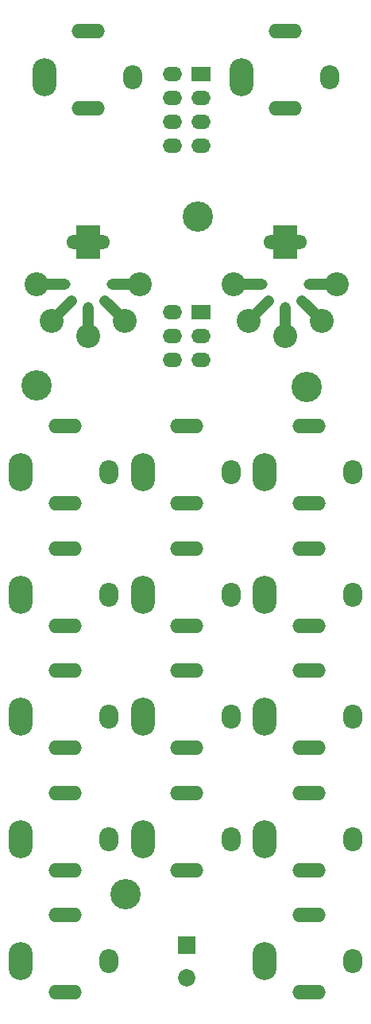
<source format=gts>
G04 #@! TF.FileFunction,Soldermask,Top*
%FSLAX46Y46*%
G04 Gerber Fmt 4.6, Leading zero omitted, Abs format (unit mm)*
G04 Created by KiCad (PCBNEW 4.0.2-stable) date 2021-01-02 10:32:37 AM*
%MOMM*%
G01*
G04 APERTURE LIST*
%ADD10C,0.200000*%
%ADD11C,3.225000*%
%ADD12R,1.850000X1.850000*%
%ADD13C,1.850000*%
%ADD14R,2.050000X1.550000*%
%ADD15O,2.050000X1.550000*%
%ADD16O,2.550000X4.050000*%
%ADD17O,2.050000X2.550000*%
%ADD18O,3.550000X1.550000*%
%ADD19C,2.550000*%
%ADD20R,2.550000X3.550000*%
%ADD21O,4.650000X1.500000*%
%ADD22O,4.350000X1.150000*%
%ADD23O,1.150000X4.350000*%
%ADD24C,1.150000*%
G04 APERTURE END LIST*
D10*
D11*
X143300000Y-93900000D03*
X124000000Y-147900000D03*
X131700000Y-75800000D03*
D12*
X130500000Y-153250000D03*
D13*
X130500000Y-156750000D03*
D14*
X132020000Y-85960000D03*
D15*
X128980000Y-85960000D03*
X132020000Y-88500000D03*
X128980000Y-88500000D03*
X132020000Y-91040000D03*
X128980000Y-91040000D03*
D16*
X115300000Y-61000000D03*
D17*
X124700000Y-61000000D03*
D18*
X120000000Y-56100000D03*
X120000000Y-64300000D03*
D16*
X136300000Y-61000000D03*
D17*
X145700000Y-61000000D03*
D18*
X141000000Y-56100000D03*
X141000000Y-64300000D03*
D16*
X112800000Y-155000000D03*
D17*
X122200000Y-155000000D03*
D18*
X117500000Y-150100000D03*
X117500000Y-158300000D03*
D16*
X138800000Y-155000000D03*
D17*
X148200000Y-155000000D03*
D18*
X143500000Y-150100000D03*
X143500000Y-158300000D03*
D16*
X112800000Y-103000000D03*
D17*
X122200000Y-103000000D03*
D18*
X117500000Y-98100000D03*
X117500000Y-106300000D03*
D16*
X125800000Y-103000000D03*
D17*
X135200000Y-103000000D03*
D18*
X130500000Y-98100000D03*
X130500000Y-106300000D03*
D16*
X138800000Y-103000000D03*
D17*
X148200000Y-103000000D03*
D18*
X143500000Y-98100000D03*
X143500000Y-106300000D03*
D16*
X112800000Y-116000000D03*
D17*
X122200000Y-116000000D03*
D18*
X117500000Y-111100000D03*
X117500000Y-119300000D03*
D16*
X125800000Y-116000000D03*
D17*
X135200000Y-116000000D03*
D18*
X130500000Y-111100000D03*
X130500000Y-119300000D03*
D16*
X138800000Y-116000000D03*
D17*
X148200000Y-116000000D03*
D18*
X143500000Y-111100000D03*
X143500000Y-119300000D03*
D16*
X112800000Y-129000000D03*
D17*
X122200000Y-129000000D03*
D18*
X117500000Y-124100000D03*
X117500000Y-132300000D03*
D16*
X125800000Y-129000000D03*
D17*
X135200000Y-129000000D03*
D18*
X130500000Y-124100000D03*
X130500000Y-132300000D03*
D16*
X138800000Y-129000000D03*
D17*
X148200000Y-129000000D03*
D18*
X143500000Y-124100000D03*
X143500000Y-132300000D03*
D16*
X112800000Y-142000000D03*
D17*
X122200000Y-142000000D03*
D18*
X117500000Y-137100000D03*
X117500000Y-145300000D03*
D16*
X125800000Y-142000000D03*
D17*
X135200000Y-142000000D03*
D18*
X130500000Y-137100000D03*
X130500000Y-145300000D03*
D16*
X138800000Y-142000000D03*
D17*
X148200000Y-142000000D03*
D18*
X143500000Y-137100000D03*
X143500000Y-145300000D03*
D15*
X128980000Y-68310000D03*
X132020000Y-68310000D03*
D14*
X132020000Y-60690000D03*
D15*
X128980000Y-60690000D03*
X132020000Y-63230000D03*
X128980000Y-63230000D03*
X132020000Y-65770000D03*
X128980000Y-65770000D03*
D11*
X114500000Y-93750000D03*
D19*
X114500000Y-83000000D03*
X125500000Y-83000000D03*
X120000000Y-88500000D03*
D20*
X120000000Y-78500000D03*
D19*
X116110000Y-86890000D03*
X123890000Y-86890000D03*
D21*
X120000000Y-78500000D03*
D22*
X115900000Y-83000000D03*
X124100000Y-83000000D03*
D23*
X120000000Y-87100000D03*
D24*
X115968629Y-87031371D02*
X118231371Y-84768629D01*
X121768629Y-84768629D02*
X124031371Y-87031371D01*
D19*
X135500000Y-83000000D03*
X146500000Y-83000000D03*
X141000000Y-88500000D03*
D20*
X141000000Y-78500000D03*
D19*
X137110000Y-86890000D03*
X144890000Y-86890000D03*
D21*
X141000000Y-78500000D03*
D22*
X136900000Y-83000000D03*
X145100000Y-83000000D03*
D23*
X141000000Y-87100000D03*
D24*
X136968629Y-87031371D02*
X139231371Y-84768629D01*
X142768629Y-84768629D02*
X145031371Y-87031371D01*
M02*

</source>
